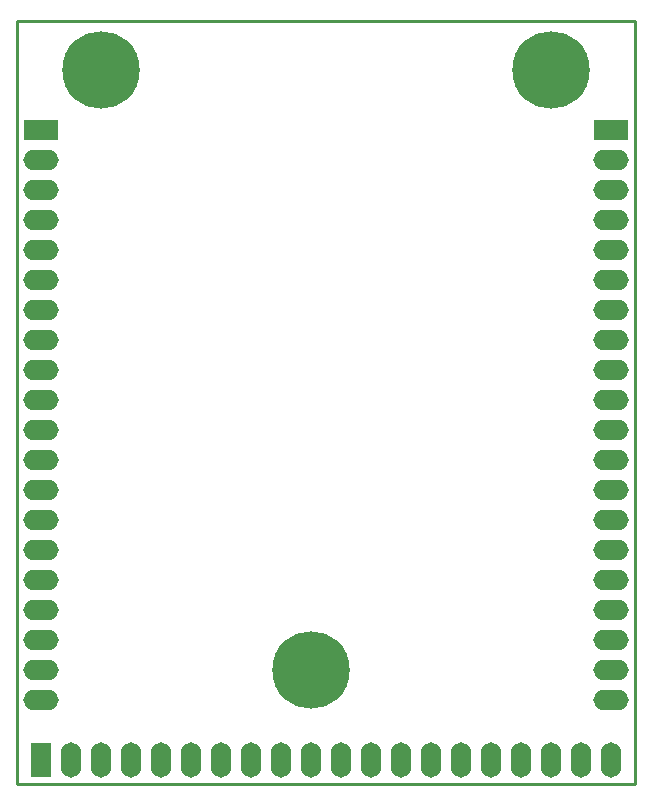
<source format=gbs>
G04 Layer_Color=16711935*
%FSLAX25Y25*%
%MOIN*%
G70*
G01*
G75*
%ADD17C,0.01000*%
%ADD41C,0.25800*%
%ADD42R,0.11800X0.06800*%
%ADD43O,0.11800X0.06800*%
%ADD44R,0.06800X0.11800*%
%ADD45O,0.06800X0.11800*%
D17*
X266500Y110000D02*
Y364500D01*
X472500D01*
Y110000D02*
Y364500D01*
X266500Y110000D02*
X472500D01*
D41*
X364500Y148000D02*
D03*
X294500Y348000D02*
D03*
X444500D02*
D03*
D42*
X274500Y328000D02*
D03*
X464500D02*
D03*
D43*
X274500Y318000D02*
D03*
Y308000D02*
D03*
Y298000D02*
D03*
Y288000D02*
D03*
Y278000D02*
D03*
Y268000D02*
D03*
Y258000D02*
D03*
Y248000D02*
D03*
Y238000D02*
D03*
Y228000D02*
D03*
Y218000D02*
D03*
Y208000D02*
D03*
Y198000D02*
D03*
Y188000D02*
D03*
Y178000D02*
D03*
Y168000D02*
D03*
Y158000D02*
D03*
Y148000D02*
D03*
Y138000D02*
D03*
X464500Y318000D02*
D03*
Y308000D02*
D03*
Y298000D02*
D03*
Y288000D02*
D03*
Y278000D02*
D03*
Y268000D02*
D03*
Y258000D02*
D03*
Y248000D02*
D03*
Y238000D02*
D03*
Y228000D02*
D03*
Y218000D02*
D03*
Y208000D02*
D03*
Y198000D02*
D03*
Y188000D02*
D03*
Y178000D02*
D03*
Y168000D02*
D03*
Y158000D02*
D03*
Y148000D02*
D03*
Y138000D02*
D03*
D44*
X274500Y118000D02*
D03*
D45*
X284500D02*
D03*
X294500D02*
D03*
X304500D02*
D03*
X314500D02*
D03*
X324500D02*
D03*
X334500D02*
D03*
X344500D02*
D03*
X354500D02*
D03*
X364500D02*
D03*
X374500D02*
D03*
X384500D02*
D03*
X394500D02*
D03*
X404500D02*
D03*
X414500D02*
D03*
X424500D02*
D03*
X434500D02*
D03*
X444500D02*
D03*
X454500D02*
D03*
X464500D02*
D03*
M02*

</source>
